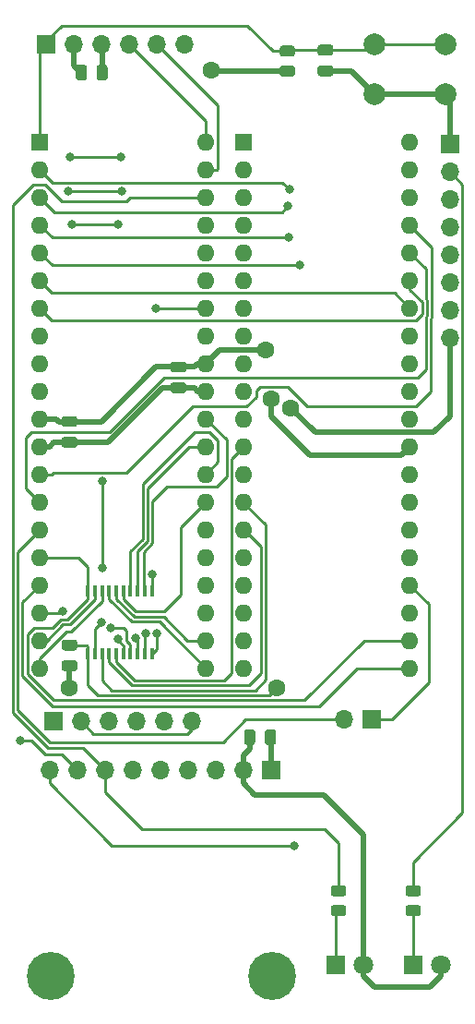
<source format=gbr>
%TF.GenerationSoftware,KiCad,Pcbnew,(5.1.10)-1*%
%TF.CreationDate,2021-10-22T16:43:04-07:00*%
%TF.ProjectId,z80_ssd,7a38305f-7373-4642-9e6b-696361645f70,rev?*%
%TF.SameCoordinates,Original*%
%TF.FileFunction,Copper,L2,Bot*%
%TF.FilePolarity,Positive*%
%FSLAX46Y46*%
G04 Gerber Fmt 4.6, Leading zero omitted, Abs format (unit mm)*
G04 Created by KiCad (PCBNEW (5.1.10)-1) date 2021-10-22 16:43:04*
%MOMM*%
%LPD*%
G01*
G04 APERTURE LIST*
%TA.AperFunction,ComponentPad*%
%ADD10C,1.800000*%
%TD*%
%TA.AperFunction,ComponentPad*%
%ADD11R,1.800000X1.800000*%
%TD*%
%TA.AperFunction,ComponentPad*%
%ADD12C,4.400000*%
%TD*%
%TA.AperFunction,ComponentPad*%
%ADD13O,1.600000X1.600000*%
%TD*%
%TA.AperFunction,ComponentPad*%
%ADD14R,1.600000X1.600000*%
%TD*%
%TA.AperFunction,SMDPad,CuDef*%
%ADD15R,0.400000X1.000000*%
%TD*%
%TA.AperFunction,ComponentPad*%
%ADD16O,1.700000X1.700000*%
%TD*%
%TA.AperFunction,ComponentPad*%
%ADD17R,1.700000X1.700000*%
%TD*%
%TA.AperFunction,ComponentPad*%
%ADD18C,2.000000*%
%TD*%
%TA.AperFunction,ViaPad*%
%ADD19C,1.600000*%
%TD*%
%TA.AperFunction,ViaPad*%
%ADD20C,0.800000*%
%TD*%
%TA.AperFunction,Conductor*%
%ADD21C,0.500000*%
%TD*%
%TA.AperFunction,Conductor*%
%ADD22C,0.250000*%
%TD*%
G04 APERTURE END LIST*
%TO.P,R3,2*%
%TO.N,/MCU_RE0*%
%TA.AperFunction,SMDPad,CuDef*%
G36*
G01*
X178504001Y-126600000D02*
X177603999Y-126600000D01*
G75*
G02*
X177354000Y-126350001I0J249999D01*
G01*
X177354000Y-125824999D01*
G75*
G02*
X177603999Y-125575000I249999J0D01*
G01*
X178504001Y-125575000D01*
G75*
G02*
X178754000Y-125824999I0J-249999D01*
G01*
X178754000Y-126350001D01*
G75*
G02*
X178504001Y-126600000I-249999J0D01*
G01*
G37*
%TD.AperFunction*%
%TO.P,R3,1*%
%TO.N,Net-(D2-Pad1)*%
%TA.AperFunction,SMDPad,CuDef*%
G36*
G01*
X178504001Y-128425000D02*
X177603999Y-128425000D01*
G75*
G02*
X177354000Y-128175001I0J249999D01*
G01*
X177354000Y-127649999D01*
G75*
G02*
X177603999Y-127400000I249999J0D01*
G01*
X178504001Y-127400000D01*
G75*
G02*
X178754000Y-127649999I0J-249999D01*
G01*
X178754000Y-128175001D01*
G75*
G02*
X178504001Y-128425000I-249999J0D01*
G01*
G37*
%TD.AperFunction*%
%TD*%
D10*
%TO.P,D2,2*%
%TO.N,+5V*%
X180594000Y-132842000D03*
D11*
%TO.P,D2,1*%
%TO.N,Net-(D2-Pad1)*%
X178054000Y-132842000D03*
%TD*%
D12*
%TO.P,H2,1*%
%TO.N,GND*%
X165100000Y-133858000D03*
%TD*%
%TO.P,H1,1*%
%TO.N,GND*%
X144780000Y-133858000D03*
%TD*%
D10*
%TO.P,D1,2*%
%TO.N,+5V*%
X173482000Y-132842000D03*
D11*
%TO.P,D1,1*%
%TO.N,Net-(D1-Pad1)*%
X170942000Y-132842000D03*
%TD*%
%TO.P,R2,2*%
%TO.N,/SD_CS#*%
%TA.AperFunction,SMDPad,CuDef*%
G36*
G01*
X171646001Y-126600000D02*
X170745999Y-126600000D01*
G75*
G02*
X170496000Y-126350001I0J249999D01*
G01*
X170496000Y-125824999D01*
G75*
G02*
X170745999Y-125575000I249999J0D01*
G01*
X171646001Y-125575000D01*
G75*
G02*
X171896000Y-125824999I0J-249999D01*
G01*
X171896000Y-126350001D01*
G75*
G02*
X171646001Y-126600000I-249999J0D01*
G01*
G37*
%TD.AperFunction*%
%TO.P,R2,1*%
%TO.N,Net-(D1-Pad1)*%
%TA.AperFunction,SMDPad,CuDef*%
G36*
G01*
X171646001Y-128425000D02*
X170745999Y-128425000D01*
G75*
G02*
X170496000Y-128175001I0J249999D01*
G01*
X170496000Y-127649999D01*
G75*
G02*
X170745999Y-127400000I249999J0D01*
G01*
X171646001Y-127400000D01*
G75*
G02*
X171896000Y-127649999I0J-249999D01*
G01*
X171896000Y-128175001D01*
G75*
G02*
X171646001Y-128425000I-249999J0D01*
G01*
G37*
%TD.AperFunction*%
%TD*%
%TO.P,C1,2*%
%TO.N,GND*%
%TA.AperFunction,SMDPad,CuDef*%
G36*
G01*
X146025000Y-84450000D02*
X146975000Y-84450000D01*
G75*
G02*
X147225000Y-84700000I0J-250000D01*
G01*
X147225000Y-85200000D01*
G75*
G02*
X146975000Y-85450000I-250000J0D01*
G01*
X146025000Y-85450000D01*
G75*
G02*
X145775000Y-85200000I0J250000D01*
G01*
X145775000Y-84700000D01*
G75*
G02*
X146025000Y-84450000I250000J0D01*
G01*
G37*
%TD.AperFunction*%
%TO.P,C1,1*%
%TO.N,+5V*%
%TA.AperFunction,SMDPad,CuDef*%
G36*
G01*
X146025000Y-82550000D02*
X146975000Y-82550000D01*
G75*
G02*
X147225000Y-82800000I0J-250000D01*
G01*
X147225000Y-83300000D01*
G75*
G02*
X146975000Y-83550000I-250000J0D01*
G01*
X146025000Y-83550000D01*
G75*
G02*
X145775000Y-83300000I0J250000D01*
G01*
X145775000Y-82800000D01*
G75*
G02*
X146025000Y-82550000I250000J0D01*
G01*
G37*
%TD.AperFunction*%
%TD*%
%TO.P,C2,2*%
%TO.N,GND*%
%TA.AperFunction,SMDPad,CuDef*%
G36*
G01*
X164450000Y-112475000D02*
X164450000Y-111525000D01*
G75*
G02*
X164700000Y-111275000I250000J0D01*
G01*
X165200000Y-111275000D01*
G75*
G02*
X165450000Y-111525000I0J-250000D01*
G01*
X165450000Y-112475000D01*
G75*
G02*
X165200000Y-112725000I-250000J0D01*
G01*
X164700000Y-112725000D01*
G75*
G02*
X164450000Y-112475000I0J250000D01*
G01*
G37*
%TD.AperFunction*%
%TO.P,C2,1*%
%TO.N,+5V*%
%TA.AperFunction,SMDPad,CuDef*%
G36*
G01*
X162550000Y-112475000D02*
X162550000Y-111525000D01*
G75*
G02*
X162800000Y-111275000I250000J0D01*
G01*
X163300000Y-111275000D01*
G75*
G02*
X163550000Y-111525000I0J-250000D01*
G01*
X163550000Y-112475000D01*
G75*
G02*
X163300000Y-112725000I-250000J0D01*
G01*
X162800000Y-112725000D01*
G75*
G02*
X162550000Y-112475000I0J250000D01*
G01*
G37*
%TD.AperFunction*%
%TD*%
%TO.P,C3,2*%
%TO.N,GND*%
%TA.AperFunction,SMDPad,CuDef*%
G36*
G01*
X146025000Y-104950000D02*
X146975000Y-104950000D01*
G75*
G02*
X147225000Y-105200000I0J-250000D01*
G01*
X147225000Y-105700000D01*
G75*
G02*
X146975000Y-105950000I-250000J0D01*
G01*
X146025000Y-105950000D01*
G75*
G02*
X145775000Y-105700000I0J250000D01*
G01*
X145775000Y-105200000D01*
G75*
G02*
X146025000Y-104950000I250000J0D01*
G01*
G37*
%TD.AperFunction*%
%TO.P,C3,1*%
%TO.N,+5V*%
%TA.AperFunction,SMDPad,CuDef*%
G36*
G01*
X146025000Y-103050000D02*
X146975000Y-103050000D01*
G75*
G02*
X147225000Y-103300000I0J-250000D01*
G01*
X147225000Y-103800000D01*
G75*
G02*
X146975000Y-104050000I-250000J0D01*
G01*
X146025000Y-104050000D01*
G75*
G02*
X145775000Y-103800000I0J250000D01*
G01*
X145775000Y-103300000D01*
G75*
G02*
X146025000Y-103050000I250000J0D01*
G01*
G37*
%TD.AperFunction*%
%TD*%
%TO.P,C4,2*%
%TO.N,GND*%
%TA.AperFunction,SMDPad,CuDef*%
G36*
G01*
X156025000Y-79450000D02*
X156975000Y-79450000D01*
G75*
G02*
X157225000Y-79700000I0J-250000D01*
G01*
X157225000Y-80200000D01*
G75*
G02*
X156975000Y-80450000I-250000J0D01*
G01*
X156025000Y-80450000D01*
G75*
G02*
X155775000Y-80200000I0J250000D01*
G01*
X155775000Y-79700000D01*
G75*
G02*
X156025000Y-79450000I250000J0D01*
G01*
G37*
%TD.AperFunction*%
%TO.P,C4,1*%
%TO.N,+5V*%
%TA.AperFunction,SMDPad,CuDef*%
G36*
G01*
X156025000Y-77550000D02*
X156975000Y-77550000D01*
G75*
G02*
X157225000Y-77800000I0J-250000D01*
G01*
X157225000Y-78300000D01*
G75*
G02*
X156975000Y-78550000I-250000J0D01*
G01*
X156025000Y-78550000D01*
G75*
G02*
X155775000Y-78300000I0J250000D01*
G01*
X155775000Y-77800000D01*
G75*
G02*
X156025000Y-77550000I250000J0D01*
G01*
G37*
%TD.AperFunction*%
%TD*%
%TO.P,C5,2*%
%TO.N,GND*%
%TA.AperFunction,SMDPad,CuDef*%
G36*
G01*
X149000000Y-51529000D02*
X149000000Y-50579000D01*
G75*
G02*
X149250000Y-50329000I250000J0D01*
G01*
X149750000Y-50329000D01*
G75*
G02*
X150000000Y-50579000I0J-250000D01*
G01*
X150000000Y-51529000D01*
G75*
G02*
X149750000Y-51779000I-250000J0D01*
G01*
X149250000Y-51779000D01*
G75*
G02*
X149000000Y-51529000I0J250000D01*
G01*
G37*
%TD.AperFunction*%
%TO.P,C5,1*%
%TO.N,+5V*%
%TA.AperFunction,SMDPad,CuDef*%
G36*
G01*
X147100000Y-51529000D02*
X147100000Y-50579000D01*
G75*
G02*
X147350000Y-50329000I250000J0D01*
G01*
X147850000Y-50329000D01*
G75*
G02*
X148100000Y-50579000I0J-250000D01*
G01*
X148100000Y-51529000D01*
G75*
G02*
X147850000Y-51779000I-250000J0D01*
G01*
X147350000Y-51779000D01*
G75*
G02*
X147100000Y-51529000I0J250000D01*
G01*
G37*
%TD.AperFunction*%
%TD*%
%TO.P,C6,2*%
%TO.N,GND*%
%TA.AperFunction,SMDPad,CuDef*%
G36*
G01*
X169525000Y-50400000D02*
X170475000Y-50400000D01*
G75*
G02*
X170725000Y-50650000I0J-250000D01*
G01*
X170725000Y-51150000D01*
G75*
G02*
X170475000Y-51400000I-250000J0D01*
G01*
X169525000Y-51400000D01*
G75*
G02*
X169275000Y-51150000I0J250000D01*
G01*
X169275000Y-50650000D01*
G75*
G02*
X169525000Y-50400000I250000J0D01*
G01*
G37*
%TD.AperFunction*%
%TO.P,C6,1*%
%TO.N,/MCLR#*%
%TA.AperFunction,SMDPad,CuDef*%
G36*
G01*
X169525000Y-48500000D02*
X170475000Y-48500000D01*
G75*
G02*
X170725000Y-48750000I0J-250000D01*
G01*
X170725000Y-49250000D01*
G75*
G02*
X170475000Y-49500000I-250000J0D01*
G01*
X169525000Y-49500000D01*
G75*
G02*
X169275000Y-49250000I0J250000D01*
G01*
X169275000Y-48750000D01*
G75*
G02*
X169525000Y-48500000I250000J0D01*
G01*
G37*
%TD.AperFunction*%
%TD*%
%TO.P,R1,2*%
%TO.N,/MCLR#*%
%TA.AperFunction,SMDPad,CuDef*%
G36*
G01*
X166950001Y-49600000D02*
X166049999Y-49600000D01*
G75*
G02*
X165800000Y-49350001I0J249999D01*
G01*
X165800000Y-48824999D01*
G75*
G02*
X166049999Y-48575000I249999J0D01*
G01*
X166950001Y-48575000D01*
G75*
G02*
X167200000Y-48824999I0J-249999D01*
G01*
X167200000Y-49350001D01*
G75*
G02*
X166950001Y-49600000I-249999J0D01*
G01*
G37*
%TD.AperFunction*%
%TO.P,R1,1*%
%TO.N,+5V*%
%TA.AperFunction,SMDPad,CuDef*%
G36*
G01*
X166950001Y-51425000D02*
X166049999Y-51425000D01*
G75*
G02*
X165800000Y-51175001I0J249999D01*
G01*
X165800000Y-50649999D01*
G75*
G02*
X166049999Y-50400000I249999J0D01*
G01*
X166950001Y-50400000D01*
G75*
G02*
X167200000Y-50649999I0J-249999D01*
G01*
X167200000Y-51175001D01*
G75*
G02*
X166950001Y-51425000I-249999J0D01*
G01*
G37*
%TD.AperFunction*%
%TD*%
D13*
%TO.P,U1,40*%
%TO.N,N/C*%
X177740000Y-57404000D03*
%TO.P,U1,20*%
%TO.N,/CPU_IORQ#*%
X162500000Y-105664000D03*
%TO.P,U1,39*%
%TO.N,N/C*%
X177740000Y-59944000D03*
%TO.P,U1,19*%
X162500000Y-103124000D03*
%TO.P,U1,38*%
X177740000Y-62484000D03*
%TO.P,U1,18*%
X162500000Y-100584000D03*
%TO.P,U1,37*%
%TO.N,/CPU_A7*%
X177740000Y-65024000D03*
%TO.P,U1,17*%
%TO.N,N/C*%
X162500000Y-98044000D03*
%TO.P,U1,36*%
%TO.N,/CPU_A6*%
X177740000Y-67564000D03*
%TO.P,U1,16*%
%TO.N,N/C*%
X162500000Y-95504000D03*
%TO.P,U1,35*%
%TO.N,/CPU_A5*%
X177740000Y-70104000D03*
%TO.P,U1,15*%
%TO.N,/CPU_D1*%
X162500000Y-92964000D03*
%TO.P,U1,34*%
%TO.N,/CPU_A4*%
X177740000Y-72644000D03*
%TO.P,U1,14*%
%TO.N,/CPU_D0*%
X162500000Y-90424000D03*
%TO.P,U1,33*%
%TO.N,/CPU_A3*%
X177740000Y-75184000D03*
%TO.P,U1,13*%
%TO.N,/CPU_D7*%
X162500000Y-87884000D03*
%TO.P,U1,32*%
%TO.N,/CPU_A2*%
X177740000Y-77724000D03*
%TO.P,U1,12*%
%TO.N,/CPU_D2*%
X162500000Y-85344000D03*
%TO.P,U1,31*%
%TO.N,/CPU_A1*%
X177740000Y-80264000D03*
%TO.P,U1,11*%
%TO.N,+5V*%
X162500000Y-82804000D03*
%TO.P,U1,30*%
%TO.N,/CPU_A0*%
X177740000Y-82804000D03*
%TO.P,U1,10*%
%TO.N,/CPU_D6*%
X162500000Y-80264000D03*
%TO.P,U1,29*%
%TO.N,GND*%
X177740000Y-85344000D03*
%TO.P,U1,9*%
%TO.N,/CPU_D5*%
X162500000Y-77724000D03*
%TO.P,U1,28*%
%TO.N,N/C*%
X177740000Y-87884000D03*
%TO.P,U1,8*%
%TO.N,/CPU_D3*%
X162500000Y-75184000D03*
%TO.P,U1,27*%
%TO.N,/CPU_M1#*%
X177740000Y-90424000D03*
%TO.P,U1,7*%
%TO.N,/CPU_D4*%
X162500000Y-72644000D03*
%TO.P,U1,26*%
%TO.N,/CPU_RESET#*%
X177740000Y-92964000D03*
%TO.P,U1,6*%
%TO.N,N/C*%
X162500000Y-70104000D03*
%TO.P,U1,25*%
X177740000Y-95504000D03*
%TO.P,U1,5*%
X162500000Y-67564000D03*
%TO.P,U1,24*%
%TO.N,/CPU_WAIT#*%
X177740000Y-98044000D03*
%TO.P,U1,4*%
%TO.N,N/C*%
X162500000Y-65024000D03*
%TO.P,U1,23*%
X177740000Y-100584000D03*
%TO.P,U1,3*%
X162500000Y-62484000D03*
%TO.P,U1,22*%
%TO.N,/CPU_WR#*%
X177740000Y-103124000D03*
%TO.P,U1,2*%
%TO.N,N/C*%
X162500000Y-59944000D03*
%TO.P,U1,21*%
%TO.N,/CPU_RD#*%
X177740000Y-105664000D03*
D14*
%TO.P,U1,1*%
%TO.N,N/C*%
X162500000Y-57404000D03*
%TD*%
D13*
%TO.P,U2,40*%
%TO.N,Net-(J1-Pad4)*%
X159004000Y-57404000D03*
%TO.P,U2,20*%
%TO.N,/MCU_D1*%
X143764000Y-105664000D03*
%TO.P,U2,39*%
%TO.N,/ICSP_PGC*%
X159004000Y-59944000D03*
%TO.P,U2,19*%
%TO.N,/MCU_D0*%
X143764000Y-103124000D03*
%TO.P,U2,38*%
%TO.N,/SD_CS#*%
X159004000Y-62484000D03*
%TO.P,U2,18*%
%TO.N,/SD_SCK*%
X143764000Y-100584000D03*
%TO.P,U2,37*%
%TO.N,/CPU_D_CE#*%
X159004000Y-65024000D03*
%TO.P,U2,17*%
%TO.N,/CPU_RD#*%
X143764000Y-98044000D03*
%TO.P,U2,36*%
%TO.N,/CPU_IORQ#*%
X159004000Y-67564000D03*
%TO.P,U2,16*%
%TO.N,/CPU_WR#*%
X143764000Y-95504000D03*
%TO.P,U2,35*%
%TO.N,/CPU_M1#*%
X159004000Y-70104000D03*
%TO.P,U2,15*%
%TO.N,/MCU_WAIT#*%
X143764000Y-92964000D03*
%TO.P,U2,34*%
%TO.N,/MCU_RB1*%
X159004000Y-72644000D03*
%TO.P,U2,14*%
%TO.N,/CPU_A6*%
X143764000Y-90424000D03*
%TO.P,U2,33*%
%TO.N,/CPU_RESET#*%
X159004000Y-75184000D03*
%TO.P,U2,13*%
%TO.N,/CPU_A7*%
X143764000Y-87884000D03*
%TO.P,U2,32*%
%TO.N,+5V*%
X159004000Y-77724000D03*
%TO.P,U2,12*%
%TO.N,GND*%
X143764000Y-85344000D03*
%TO.P,U2,31*%
X159004000Y-80264000D03*
%TO.P,U2,11*%
%TO.N,+5V*%
X143764000Y-82804000D03*
%TO.P,U2,30*%
%TO.N,/MCU_D7*%
X159004000Y-82804000D03*
%TO.P,U2,10*%
%TO.N,/MCU_RE2*%
X143764000Y-80264000D03*
%TO.P,U2,29*%
%TO.N,/MCU_D6*%
X159004000Y-85344000D03*
%TO.P,U2,9*%
%TO.N,/MCU_RE1*%
X143764000Y-77724000D03*
%TO.P,U2,28*%
%TO.N,/MCU_D5*%
X159004000Y-87884000D03*
%TO.P,U2,8*%
%TO.N,/MCU_RE0*%
X143764000Y-75184000D03*
%TO.P,U2,27*%
%TO.N,/MCU_D4*%
X159004000Y-90424000D03*
%TO.P,U2,7*%
%TO.N,/CPU_A5*%
X143764000Y-72644000D03*
%TO.P,U2,26*%
%TO.N,/UART_RX*%
X159004000Y-92964000D03*
%TO.P,U2,6*%
%TO.N,/CPU_A4*%
X143764000Y-70104000D03*
%TO.P,U2,25*%
%TO.N,/UART_TX*%
X159004000Y-95504000D03*
%TO.P,U2,5*%
%TO.N,/CPU_A3*%
X143764000Y-67564000D03*
%TO.P,U2,24*%
%TO.N,/SD_MOSI*%
X159004000Y-98044000D03*
%TO.P,U2,4*%
%TO.N,/CPU_A2*%
X143764000Y-65024000D03*
%TO.P,U2,23*%
%TO.N,/SD_MISO*%
X159004000Y-100584000D03*
%TO.P,U2,3*%
%TO.N,/CPU_A1*%
X143764000Y-62484000D03*
%TO.P,U2,22*%
%TO.N,/MCU_D3*%
X159004000Y-103124000D03*
%TO.P,U2,2*%
%TO.N,/CPU_A0*%
X143764000Y-59944000D03*
%TO.P,U2,21*%
%TO.N,/MCU_D2*%
X159004000Y-105664000D03*
D14*
%TO.P,U2,1*%
%TO.N,/MCLR#*%
X143764000Y-57404000D03*
%TD*%
D15*
%TO.P,U3,20*%
%TO.N,+5V*%
X148205000Y-104373000D03*
%TO.P,U3,19*%
%TO.N,/CPU_D_CE#*%
X148855000Y-104373000D03*
%TO.P,U3,18*%
%TO.N,/CPU_D0*%
X149505000Y-104373000D03*
%TO.P,U3,17*%
%TO.N,/CPU_D1*%
X150155000Y-104373000D03*
%TO.P,U3,16*%
%TO.N,/CPU_D2*%
X150805000Y-104373000D03*
%TO.P,U3,15*%
%TO.N,/CPU_D3*%
X151455000Y-104373000D03*
%TO.P,U3,14*%
%TO.N,/CPU_D4*%
X152105000Y-104373000D03*
%TO.P,U3,13*%
%TO.N,/CPU_D5*%
X152755000Y-104373000D03*
%TO.P,U3,12*%
%TO.N,/CPU_D6*%
X153405000Y-104373000D03*
%TO.P,U3,11*%
%TO.N,/CPU_D7*%
X154055000Y-104373000D03*
%TO.P,U3,10*%
%TO.N,GND*%
X154055000Y-98573000D03*
%TO.P,U3,9*%
%TO.N,/MCU_D7*%
X153405000Y-98573000D03*
%TO.P,U3,8*%
%TO.N,/MCU_D6*%
X152755000Y-98573000D03*
%TO.P,U3,7*%
%TO.N,/MCU_D5*%
X152105000Y-98573000D03*
%TO.P,U3,6*%
%TO.N,/MCU_D4*%
X151455000Y-98573000D03*
%TO.P,U3,5*%
%TO.N,/MCU_D3*%
X150805000Y-98573000D03*
%TO.P,U3,4*%
%TO.N,/MCU_D2*%
X150155000Y-98573000D03*
%TO.P,U3,3*%
%TO.N,/MCU_D1*%
X149505000Y-98573000D03*
%TO.P,U3,2*%
%TO.N,/MCU_D0*%
X148855000Y-98573000D03*
%TO.P,U3,1*%
%TO.N,/CPU_WR#*%
X148205000Y-98573000D03*
%TD*%
D16*
%TO.P,J2,9*%
%TO.N,/MCU_RE1*%
X144680000Y-115000000D03*
%TO.P,J2,8*%
%TO.N,/MCU_RE0*%
X147220000Y-115000000D03*
%TO.P,J2,7*%
%TO.N,/SD_CS#*%
X149760000Y-115000000D03*
%TO.P,J2,6*%
%TO.N,/SD_SCK*%
X152300000Y-115000000D03*
%TO.P,J2,5*%
%TO.N,/SD_MISO*%
X154840000Y-115000000D03*
%TO.P,J2,4*%
%TO.N,/SD_MOSI*%
X157380000Y-115000000D03*
%TO.P,J2,3*%
%TO.N,N/C*%
X159920000Y-115000000D03*
%TO.P,J2,2*%
%TO.N,+5V*%
X162460000Y-115000000D03*
D17*
%TO.P,J2,1*%
%TO.N,GND*%
X165000000Y-115000000D03*
%TD*%
D16*
%TO.P,J3,6*%
%TO.N,Net-(J3-Pad2)*%
X157700000Y-110500000D03*
%TO.P,J3,5*%
%TO.N,/UART_TX*%
X155160000Y-110500000D03*
%TO.P,J3,4*%
%TO.N,/UART_RX*%
X152620000Y-110500000D03*
%TO.P,J3,3*%
%TO.N,N/C*%
X150080000Y-110500000D03*
%TO.P,J3,2*%
%TO.N,Net-(J3-Pad2)*%
X147540000Y-110500000D03*
D17*
%TO.P,J3,1*%
%TO.N,GND*%
X145000000Y-110500000D03*
%TD*%
D16*
%TO.P,JP1,2*%
%TO.N,/MCU_WAIT#*%
X171704000Y-110363000D03*
D17*
%TO.P,JP1,1*%
%TO.N,/CPU_WAIT#*%
X174244000Y-110363000D03*
%TD*%
D16*
%TO.P,J4,8*%
%TO.N,+5V*%
X181400000Y-75380000D03*
%TO.P,J4,7*%
%TO.N,N/C*%
X181400000Y-72840000D03*
%TO.P,J4,6*%
X181400000Y-70300000D03*
%TO.P,J4,5*%
%TO.N,/MCU_RB1*%
X181400000Y-67760000D03*
%TO.P,J4,4*%
%TO.N,/MCU_RE2*%
X181400000Y-65220000D03*
%TO.P,J4,3*%
%TO.N,/MCU_RE1*%
X181400000Y-62680000D03*
%TO.P,J4,2*%
%TO.N,/MCU_RE0*%
X181400000Y-60140000D03*
D17*
%TO.P,J4,1*%
%TO.N,GND*%
X181400000Y-57600000D03*
%TD*%
D18*
%TO.P,SW1,1*%
%TO.N,/MCLR#*%
X181000000Y-48500000D03*
%TO.P,SW1,2*%
%TO.N,GND*%
X181000000Y-53000000D03*
%TO.P,SW1,1*%
%TO.N,/MCLR#*%
X174500000Y-48500000D03*
%TO.P,SW1,2*%
%TO.N,GND*%
X174500000Y-53000000D03*
%TD*%
D16*
%TO.P,J1,6*%
%TO.N,N/C*%
X157080000Y-48500000D03*
%TO.P,J1,5*%
%TO.N,/ICSP_PGC*%
X154540000Y-48500000D03*
%TO.P,J1,4*%
%TO.N,Net-(J1-Pad4)*%
X152000000Y-48500000D03*
%TO.P,J1,3*%
%TO.N,GND*%
X149460000Y-48500000D03*
%TO.P,J1,2*%
%TO.N,+5V*%
X146920000Y-48500000D03*
D17*
%TO.P,J1,1*%
%TO.N,/MCLR#*%
X144380000Y-48500000D03*
%TD*%
D19*
%TO.N,GND*%
X164999956Y-81000000D03*
D20*
X154055000Y-97055000D03*
D19*
X146485999Y-107474990D03*
%TO.N,+5V*%
X164473999Y-76473999D03*
X166800000Y-81800000D03*
X165500000Y-107474990D03*
X159512000Y-50800000D03*
D20*
%TO.N,/CPU_D_CE#*%
X149500000Y-96500000D03*
X149500000Y-88500000D03*
X149434686Y-101457862D03*
%TO.N,/CPU_D3*%
X151000000Y-103000000D03*
%TO.N,/CPU_D4*%
X150274990Y-102000000D03*
%TO.N,/CPU_D5*%
X152568793Y-102882084D03*
%TO.N,/CPU_D6*%
X153511605Y-102513714D03*
%TO.N,/CPU_D7*%
X154512660Y-102512660D03*
%TO.N,/SD_SCK*%
X145864011Y-100481118D03*
%TO.N,/CPU_A0*%
X166675165Y-61750155D03*
%TO.N,/CPU_A1*%
X166575021Y-63289237D03*
%TO.N,/CPU_A2*%
X166587010Y-66190402D03*
%TO.N,/CPU_A3*%
X167651956Y-68709637D03*
%TO.N,/MCU_RB1*%
X154444000Y-72644000D03*
%TO.N,/MCU_RE1*%
X146400000Y-61900000D03*
X151300002Y-61900000D03*
X167132000Y-121920000D03*
%TO.N,/MCU_RE0*%
X146600000Y-58800000D03*
X151200000Y-58800000D03*
X141986000Y-112268000D03*
%TO.N,/MCU_RE2*%
X146700000Y-65000000D03*
X151000000Y-65000000D03*
%TD*%
D21*
%TO.N,GND*%
X143764000Y-85344000D02*
X144656000Y-85344000D01*
X145050000Y-84950000D02*
X146500000Y-84950000D01*
X144656000Y-85344000D02*
X145050000Y-84950000D01*
X159004000Y-80264000D02*
X158264000Y-80264000D01*
X157950000Y-79950000D02*
X156500000Y-79950000D01*
X158264000Y-80264000D02*
X157950000Y-79950000D01*
X156500000Y-79950000D02*
X155050000Y-79950000D01*
X150050000Y-84950000D02*
X146500000Y-84950000D01*
X155050000Y-79950000D02*
X150050000Y-84950000D01*
X181000000Y-53000000D02*
X174500000Y-53000000D01*
D22*
X154055000Y-98573000D02*
X154055000Y-97055000D01*
D21*
X176940001Y-86143999D02*
X168593997Y-86143999D01*
X168593997Y-86143999D02*
X164999956Y-82549958D01*
X177740000Y-85344000D02*
X176940001Y-86143999D01*
X164999956Y-82549958D02*
X164999956Y-81000000D01*
X181400000Y-53400000D02*
X181000000Y-53000000D01*
X181400000Y-57600000D02*
X181400000Y-53400000D01*
X146500000Y-105450000D02*
X146500000Y-107460989D01*
X146500000Y-107460989D02*
X146485999Y-107474990D01*
X165000000Y-112050000D02*
X164950000Y-112000000D01*
X165000000Y-115000000D02*
X165000000Y-112050000D01*
X149500000Y-48540000D02*
X149460000Y-48500000D01*
X149500000Y-51054000D02*
X149500000Y-48540000D01*
X172974000Y-51474000D02*
X174500000Y-53000000D01*
X172400000Y-50900000D02*
X174500000Y-53000000D01*
X170000000Y-50900000D02*
X172400000Y-50900000D01*
%TO.N,+5V*%
X160254001Y-76473999D02*
X164473999Y-76473999D01*
X159004000Y-77724000D02*
X160254001Y-76473999D01*
X143764000Y-82804000D02*
X145304000Y-82804000D01*
X145550000Y-83050000D02*
X146500000Y-83050000D01*
X145304000Y-82804000D02*
X145550000Y-83050000D01*
X159004000Y-77724000D02*
X158276000Y-77724000D01*
X157950000Y-78050000D02*
X156500000Y-78050000D01*
X158276000Y-77724000D02*
X157950000Y-78050000D01*
X156500000Y-78050000D02*
X154450000Y-78050000D01*
X149450000Y-83050000D02*
X146500000Y-83050000D01*
X154450000Y-78050000D02*
X149450000Y-83050000D01*
D22*
X148205000Y-104373000D02*
X148205000Y-103705000D01*
X148050000Y-103550000D02*
X146500000Y-103550000D01*
X148205000Y-103705000D02*
X148050000Y-103550000D01*
D21*
X181400000Y-82600000D02*
X181400000Y-75380000D01*
X179945999Y-84054001D02*
X181400000Y-82600000D01*
X169054001Y-84054001D02*
X179945999Y-84054001D01*
X166800000Y-81800000D02*
X169054001Y-84054001D01*
D22*
X149139033Y-108139033D02*
X164835957Y-108139033D01*
X164835957Y-108139033D02*
X165500000Y-107474990D01*
X148205000Y-107205000D02*
X149139033Y-108139033D01*
X148205000Y-104373000D02*
X148205000Y-107205000D01*
D21*
X162460000Y-116200000D02*
X162460000Y-115000000D01*
X163530000Y-117270000D02*
X162460000Y-116200000D01*
X162460000Y-115000000D02*
X162460000Y-113638000D01*
X163050000Y-113048000D02*
X163050000Y-112000000D01*
X162460000Y-113638000D02*
X163050000Y-113048000D01*
X146920000Y-49676000D02*
X146920000Y-48500000D01*
X146920000Y-50374000D02*
X146920000Y-49676000D01*
X147600000Y-51054000D02*
X146920000Y-50374000D01*
X166500000Y-50912500D02*
X159624500Y-50912500D01*
X159624500Y-50912500D02*
X159512000Y-50800000D01*
D22*
X173228000Y-132770000D02*
X173300000Y-132842000D01*
D21*
X163530000Y-117270000D02*
X169848000Y-117270000D01*
X173482000Y-120904000D02*
X173482000Y-132842000D01*
X169848000Y-117270000D02*
X173482000Y-120904000D01*
X173482000Y-132842000D02*
X173482000Y-133858000D01*
X173482000Y-133858000D02*
X174498000Y-134874000D01*
X174498000Y-134874000D02*
X179578000Y-134874000D01*
X180594000Y-133858000D02*
X180594000Y-132842000D01*
X179578000Y-134874000D02*
X180594000Y-133858000D01*
D22*
%TO.N,Net-(J3-Pad2)*%
X157700000Y-110500000D02*
X157700000Y-111300000D01*
X148715001Y-111675001D02*
X147540000Y-110500000D01*
X157324999Y-111675001D02*
X148715001Y-111675001D01*
X157700000Y-111300000D02*
X157324999Y-111675001D01*
%TO.N,/CPU_D_CE#*%
X149500000Y-96500000D02*
X149500000Y-88500000D01*
X148855000Y-102037548D02*
X149434686Y-101457862D01*
X148855000Y-104373000D02*
X148855000Y-102037548D01*
%TO.N,/CPU_WAIT#*%
X177740000Y-98044000D02*
X179500000Y-99804000D01*
X179500000Y-99804000D02*
X179500000Y-107000000D01*
X176137000Y-110363000D02*
X174244000Y-110363000D01*
X179500000Y-107000000D02*
X176137000Y-110363000D01*
%TO.N,/CPU_D0*%
X164525023Y-92525023D02*
X162424000Y-90424000D01*
X164525023Y-106748388D02*
X164525023Y-92525023D01*
X163584389Y-107689022D02*
X164525023Y-106748388D01*
X150359611Y-107689022D02*
X163584389Y-107689022D01*
X149505000Y-106834411D02*
X150359611Y-107689022D01*
X149505000Y-104373000D02*
X149505000Y-106834411D01*
%TO.N,/CPU_D1*%
X164075012Y-94494511D02*
X162544501Y-92964000D01*
X164075012Y-106124988D02*
X164075012Y-94494511D01*
X162960989Y-107239011D02*
X164075012Y-106124988D01*
X152266230Y-107239011D02*
X162960989Y-107239011D01*
X150155000Y-105127781D02*
X152266230Y-107239011D01*
X150155000Y-104373000D02*
X150155000Y-105127781D01*
%TO.N,/CPU_D2*%
X150805000Y-105123000D02*
X150805000Y-104373000D01*
X160711000Y-106789000D02*
X152471000Y-106789000D01*
X161374999Y-106125001D02*
X160711000Y-106789000D01*
X152471000Y-106789000D02*
X150805000Y-105123000D01*
X161374999Y-86469001D02*
X161374999Y-106125001D01*
X162500000Y-85344000D02*
X161374999Y-86469001D01*
%TO.N,/CPU_D3*%
X151455000Y-103623000D02*
X151000000Y-103168000D01*
X151455000Y-104373000D02*
X151455000Y-103623000D01*
X151000000Y-103168000D02*
X151000000Y-103000000D01*
%TO.N,/CPU_D4*%
X151731113Y-103117408D02*
X151731113Y-102231113D01*
X151731113Y-102231113D02*
X151500000Y-102000000D01*
X152105000Y-103491295D02*
X151731113Y-103117408D01*
X151500000Y-102000000D02*
X150274990Y-102000000D01*
X152105000Y-104373000D02*
X152105000Y-103491295D01*
%TO.N,/CPU_D5*%
X152755000Y-103068291D02*
X152568793Y-102882084D01*
X152755000Y-104373000D02*
X152755000Y-103068291D01*
%TO.N,/CPU_D6*%
X153405000Y-104373000D02*
X153405000Y-102620319D01*
X153405000Y-102620319D02*
X153511605Y-102513714D01*
%TO.N,/CPU_D7*%
X154055000Y-104373000D02*
X154512660Y-103915340D01*
X154512660Y-103915340D02*
X154512660Y-102512660D01*
%TO.N,/CPU_WR#*%
X148205000Y-98573000D02*
X148205000Y-96389000D01*
X147320000Y-95504000D02*
X143764000Y-95504000D01*
X148205000Y-96389000D02*
X147320000Y-95504000D01*
X144942181Y-101998999D02*
X145735061Y-101206119D01*
X146321881Y-101206119D02*
X148205000Y-99323000D01*
X143223999Y-101998999D02*
X144942181Y-101998999D01*
X142638999Y-106204001D02*
X142638999Y-102583999D01*
X145034998Y-108600000D02*
X142638999Y-106204001D01*
X168100000Y-108600000D02*
X145034998Y-108600000D01*
X148205000Y-99323000D02*
X148205000Y-98573000D01*
X142638999Y-102583999D02*
X143223999Y-101998999D01*
X173576000Y-103124000D02*
X168100000Y-108600000D01*
X145735061Y-101206119D02*
X146321881Y-101206119D01*
X177740000Y-103124000D02*
X173576000Y-103124000D01*
%TO.N,/CPU_RD#*%
X177704000Y-105700000D02*
X177740000Y-105664000D01*
X172900000Y-105700000D02*
X177704000Y-105700000D01*
X169412001Y-109187999D02*
X172900000Y-105700000D01*
X144986586Y-109187999D02*
X169412001Y-109187999D01*
X142188988Y-106390401D02*
X144986586Y-109187999D01*
X142188988Y-99619012D02*
X142188988Y-106390401D01*
X143764000Y-98044000D02*
X142188988Y-99619012D01*
%TO.N,/MCLR#*%
X143764000Y-49116000D02*
X144380000Y-48500000D01*
X143764000Y-57404000D02*
X143764000Y-49116000D01*
X144380000Y-48500000D02*
X144380000Y-48120000D01*
X144380000Y-48120000D02*
X145757001Y-46742999D01*
X174500000Y-48500000D02*
X181000000Y-48500000D01*
X174000000Y-49000000D02*
X174500000Y-48500000D01*
X170000000Y-49000000D02*
X174000000Y-49000000D01*
X166587500Y-49000000D02*
X166500000Y-49087500D01*
X170000000Y-49000000D02*
X166587500Y-49000000D01*
X165165500Y-49087500D02*
X162820999Y-46742999D01*
X166500000Y-49087500D02*
X165165500Y-49087500D01*
X145757001Y-46742999D02*
X162820999Y-46742999D01*
%TO.N,/SD_CS#*%
X147760000Y-113000000D02*
X149760000Y-115000000D01*
X141288966Y-63211034D02*
X141288966Y-109788966D01*
X144500000Y-113000000D02*
X147760000Y-113000000D01*
X143141001Y-61358999D02*
X141288966Y-63211034D01*
X145770004Y-62825002D02*
X144304001Y-61358999D01*
X141288966Y-109788966D02*
X144500000Y-113000000D01*
X144304001Y-61358999D02*
X143141001Y-61358999D01*
X151748002Y-62825002D02*
X145770004Y-62825002D01*
X152089004Y-62484000D02*
X151748002Y-62825002D01*
X159004000Y-62484000D02*
X152089004Y-62484000D01*
X149760000Y-117020000D02*
X153160000Y-120420000D01*
X149760000Y-115000000D02*
X149760000Y-117020000D01*
X171196000Y-121666000D02*
X169950000Y-120420000D01*
X171196000Y-126087500D02*
X171196000Y-121666000D01*
X153160000Y-120420000D02*
X169950000Y-120420000D01*
%TO.N,/SD_SCK*%
X143764000Y-100584000D02*
X145761129Y-100584000D01*
X145761129Y-100584000D02*
X145864011Y-100481118D01*
%TO.N,/CPU_A0*%
X144970156Y-61150156D02*
X166075166Y-61150156D01*
X143764000Y-59944000D02*
X144970156Y-61150156D01*
X166075166Y-61150156D02*
X166675165Y-61750155D01*
%TO.N,/CPU_A1*%
X145128998Y-63848998D02*
X166015260Y-63848998D01*
X143764000Y-62484000D02*
X145128998Y-63848998D01*
X166015260Y-63848998D02*
X166575021Y-63289237D01*
%TO.N,/CPU_A2*%
X143764000Y-65024000D02*
X143256000Y-65024000D01*
X166628411Y-66149001D02*
X166587010Y-66190402D01*
X144930402Y-66190402D02*
X166587010Y-66190402D01*
X143764000Y-65024000D02*
X144930402Y-66190402D01*
%TO.N,/CPU_A3*%
X143764000Y-67564000D02*
X144909637Y-68709637D01*
X144909637Y-68709637D02*
X167651956Y-68709637D01*
X167672592Y-68689001D02*
X167651956Y-68709637D01*
%TO.N,/CPU_A4*%
X144889001Y-71229001D02*
X176325001Y-71229001D01*
X176325001Y-71229001D02*
X177740000Y-72644000D01*
X143764000Y-70104000D02*
X144889001Y-71229001D01*
%TO.N,/CPU_A5*%
X178865001Y-72103999D02*
X177740000Y-70978998D01*
X178280001Y-73769001D02*
X178865001Y-73184001D01*
X177740000Y-70978998D02*
X177740000Y-70104000D01*
X178865001Y-73184001D02*
X178865001Y-72103999D01*
X144889001Y-73769001D02*
X178280001Y-73769001D01*
X143764000Y-72644000D02*
X144889001Y-73769001D01*
%TO.N,/CPU_A6*%
X143764000Y-90424000D02*
X142500000Y-89160000D01*
X155186812Y-79000000D02*
X178500000Y-79000000D01*
X150186812Y-84000000D02*
X155186812Y-79000000D01*
X142500000Y-84500000D02*
X143000000Y-84000000D01*
X179249989Y-78250011D02*
X179249989Y-73435424D01*
X142500000Y-89160000D02*
X142500000Y-84500000D01*
X179249989Y-71852576D02*
X179249989Y-69073989D01*
X179249989Y-73435424D02*
X179315012Y-73370401D01*
X178500000Y-79000000D02*
X179249989Y-78250011D01*
X179315012Y-73370401D02*
X179315012Y-71917599D01*
X179315012Y-71917599D02*
X179249989Y-71852576D01*
X179249989Y-69073989D02*
X177740000Y-67564000D01*
X143000000Y-84000000D02*
X150186812Y-84000000D01*
%TO.N,/CPU_A7*%
X166540000Y-79874998D02*
X163959994Y-79874998D01*
X144895370Y-87884000D02*
X143764000Y-87884000D01*
X179700000Y-80300000D02*
X178321001Y-81678999D01*
X177740000Y-65024000D02*
X179765023Y-67049023D01*
X151725001Y-87774999D02*
X145004371Y-87774999D01*
X157821001Y-81678999D02*
X151725001Y-87774999D01*
X162750003Y-81678999D02*
X157821001Y-81678999D01*
X163625001Y-80804001D02*
X162750003Y-81678999D01*
X179765023Y-73556801D02*
X179700000Y-73621824D01*
X179765023Y-67049023D02*
X179765023Y-73556801D01*
X145004371Y-87774999D02*
X144895370Y-87884000D01*
X163625001Y-80209991D02*
X163625001Y-80804001D01*
X179700000Y-73621824D02*
X179700000Y-80300000D01*
X163959994Y-79874998D02*
X163625001Y-80209991D01*
X168344001Y-81678999D02*
X166540000Y-79874998D01*
X178321001Y-81678999D02*
X168344001Y-81678999D01*
%TO.N,/MCU_D1*%
X149505000Y-98573000D02*
X149505000Y-98709000D01*
X143764000Y-104789002D02*
X143764000Y-105664000D01*
X145449990Y-103103012D02*
X143764000Y-104789002D01*
X145449990Y-103061820D02*
X145449990Y-103103012D01*
X146193605Y-102318205D02*
X145449990Y-103061820D01*
X146681795Y-102318205D02*
X146193605Y-102318205D01*
X149505000Y-99495000D02*
X146681795Y-102318205D01*
X149505000Y-98573000D02*
X149505000Y-99495000D01*
%TO.N,/MCU_D0*%
X144453590Y-103124000D02*
X145921462Y-101656128D01*
X143764000Y-103124000D02*
X144453590Y-103124000D01*
X146521872Y-101656128D02*
X148855000Y-99323000D01*
X148855000Y-99323000D02*
X148855000Y-98573000D01*
X145921462Y-101656128D02*
X146521872Y-101656128D01*
%TO.N,/MCU_D7*%
X155490999Y-89009001D02*
X159990999Y-89009001D01*
X153405000Y-98573000D02*
X153329999Y-98497999D01*
X153329999Y-95015827D02*
X154125024Y-94220802D01*
X154125024Y-94220802D02*
X154125024Y-90374976D01*
X154125024Y-90374976D02*
X155490999Y-89009001D01*
X160924988Y-84724988D02*
X159004000Y-82804000D01*
X160924988Y-88075012D02*
X160924988Y-84724988D01*
X159990999Y-89009001D02*
X160924988Y-88075012D01*
X153329999Y-98497999D02*
X153329999Y-95015827D01*
%TO.N,/MCU_D6*%
X157480000Y-85344000D02*
X153675013Y-89148987D01*
X152755000Y-94954415D02*
X152755000Y-98573000D01*
X153675013Y-89148987D02*
X153675013Y-94034402D01*
X153675013Y-94034402D02*
X152755000Y-94954415D01*
X159004000Y-85344000D02*
X157480000Y-85344000D01*
%TO.N,/MCU_D5*%
X153225002Y-93848002D02*
X153225002Y-88774998D01*
X160129001Y-84803999D02*
X160129001Y-86758999D01*
X152105000Y-94968004D02*
X153225002Y-93848002D01*
X158000000Y-84000000D02*
X159325002Y-84000000D01*
X153225002Y-88774998D02*
X158000000Y-84000000D01*
X159325002Y-84000000D02*
X160129001Y-84803999D01*
X160129001Y-86758999D02*
X159004000Y-87884000D01*
X152105000Y-98573000D02*
X152105000Y-94968004D01*
%TO.N,/MCU_D4*%
X151455000Y-99323000D02*
X152589000Y-100457000D01*
X151455000Y-98573000D02*
X151455000Y-99323000D01*
X152589000Y-100457000D02*
X155194000Y-100457000D01*
X155194000Y-100457000D02*
X156718000Y-98933000D01*
X156718000Y-92710000D02*
X159004000Y-90424000D01*
X156718000Y-98933000D02*
X156718000Y-92710000D01*
%TO.N,/MCU_D3*%
X150805000Y-99323000D02*
X152447000Y-100965000D01*
X150805000Y-98573000D02*
X150805000Y-99323000D01*
X152447000Y-100965000D02*
X155194000Y-100965000D01*
X157353000Y-103124000D02*
X159004000Y-103124000D01*
X155194000Y-100965000D02*
X157353000Y-103124000D01*
%TO.N,/MCU_D2*%
X150155000Y-98573000D02*
X150155000Y-99323000D01*
X154755011Y-101415011D02*
X159004000Y-105664000D01*
X150155000Y-99323000D02*
X152247011Y-101415011D01*
X152247011Y-101415011D02*
X154755011Y-101415011D01*
%TO.N,/ICSP_PGC*%
X159004000Y-59944000D02*
X160056000Y-59944000D01*
X160129001Y-54089001D02*
X154540000Y-48500000D01*
X160129001Y-59870999D02*
X160129001Y-54089001D01*
X160056000Y-59944000D02*
X160129001Y-59870999D01*
%TO.N,/MCU_RB1*%
X159004000Y-72644000D02*
X154444000Y-72644000D01*
%TO.N,/MCU_RE1*%
X146400000Y-61900000D02*
X151300002Y-61900000D01*
X144680000Y-115000000D02*
X144680000Y-116232000D01*
X144680000Y-116232000D02*
X150368000Y-121920000D01*
X150368000Y-121920000D02*
X167132000Y-121920000D01*
%TO.N,/MCU_RE0*%
X146600000Y-58800000D02*
X151200000Y-58800000D01*
X147220000Y-115000000D02*
X145758000Y-113538000D01*
X145758000Y-113538000D02*
X144272000Y-113538000D01*
X144272000Y-113538000D02*
X143002000Y-112268000D01*
X143002000Y-112268000D02*
X141986000Y-112268000D01*
X182575001Y-118922999D02*
X182575001Y-61315001D01*
X178054000Y-123444000D02*
X182575001Y-118922999D01*
X182575001Y-61315001D02*
X181400000Y-60140000D01*
X178054000Y-126087500D02*
X178054000Y-123444000D01*
%TO.N,/MCU_RE2*%
X146700000Y-65000000D02*
X151000000Y-65000000D01*
%TO.N,/MCU_WAIT#*%
X141738977Y-109523979D02*
X141738977Y-94989023D01*
X144665007Y-112450009D02*
X141738977Y-109523979D01*
X141738977Y-94989023D02*
X143764000Y-92964000D01*
X160599991Y-112450009D02*
X144665007Y-112450009D01*
X162687000Y-110363000D02*
X160599991Y-112450009D01*
X171704000Y-110363000D02*
X162687000Y-110363000D01*
%TO.N,Net-(J1-Pad4)*%
X159004000Y-55504000D02*
X152000000Y-48500000D01*
X159004000Y-57404000D02*
X159004000Y-55504000D01*
%TO.N,Net-(D1-Pad1)*%
X170942000Y-128166500D02*
X171196000Y-127912500D01*
X170942000Y-132842000D02*
X170942000Y-128166500D01*
%TO.N,Net-(D2-Pad1)*%
X178054000Y-132842000D02*
X178054000Y-127912500D01*
%TD*%
M02*

</source>
